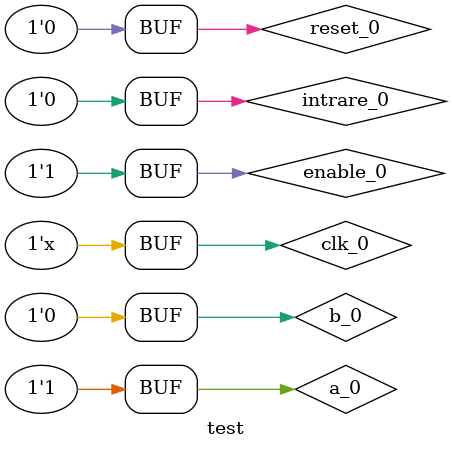
<source format=v>
`timescale 1ns / 1ps


module test();
    
    reg a_0, b_0, clk_0, enable_0, intrare_0, reset_0;
    wire iesire_0;
    
    design_1_wrapper pipeline(a_0, b_0, clk_0, enable_0, iesire_0, intrare_0, reset_0);
    
    initial begin
    
    clk_0 = 0; reset_0 = 1; enable_0 = 0; 
    #10 reset_0 = 0; enable_0 = 1;
    #15 a_0 = 1; b_0 = 1; intrare_0 = 0;
    #50 a_0 = 0; b_0 = 1; intrare_0 = 1;
    #50 a_0 = 1; b_0 = 1; intrare_0 = 0;
    #50 a_0 = 0; b_0 = 1; intrare_0 = 1;
    #50 a_0 = 1; b_0 = 0; intrare_0 = 0;

    end
    always
    #25 clk_0 = ~clk_0;
endmodule

</source>
